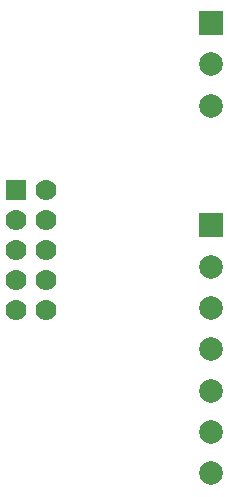
<source format=gbs>
G04 (created by PCBNEW (2013-jul-07)-stable) date Thu 17 Jan 2019 05:03:46 PM PST*
%MOIN*%
G04 Gerber Fmt 3.4, Leading zero omitted, Abs format*
%FSLAX34Y34*%
G01*
G70*
G90*
G04 APERTURE LIST*
%ADD10C,0.00590551*%
%ADD11R,0.0787402X0.0787402*%
%ADD12C,0.0787402*%
%ADD13R,0.07X0.07*%
%ADD14C,0.07*%
G04 APERTURE END LIST*
G54D10*
G54D11*
X29000Y-29366D03*
G54D12*
X29000Y-30744D03*
X29000Y-32122D03*
X29000Y-33500D03*
X29000Y-34877D03*
X29000Y-36255D03*
X29000Y-37633D03*
X29000Y-24000D03*
G54D11*
X29000Y-22622D03*
G54D12*
X29000Y-25378D03*
G54D13*
X22500Y-28200D03*
G54D14*
X23500Y-28200D03*
X22500Y-29200D03*
X23500Y-29200D03*
X22500Y-30200D03*
X23500Y-30200D03*
X22500Y-31200D03*
X23500Y-31200D03*
X22500Y-32200D03*
X23500Y-32200D03*
M02*

</source>
